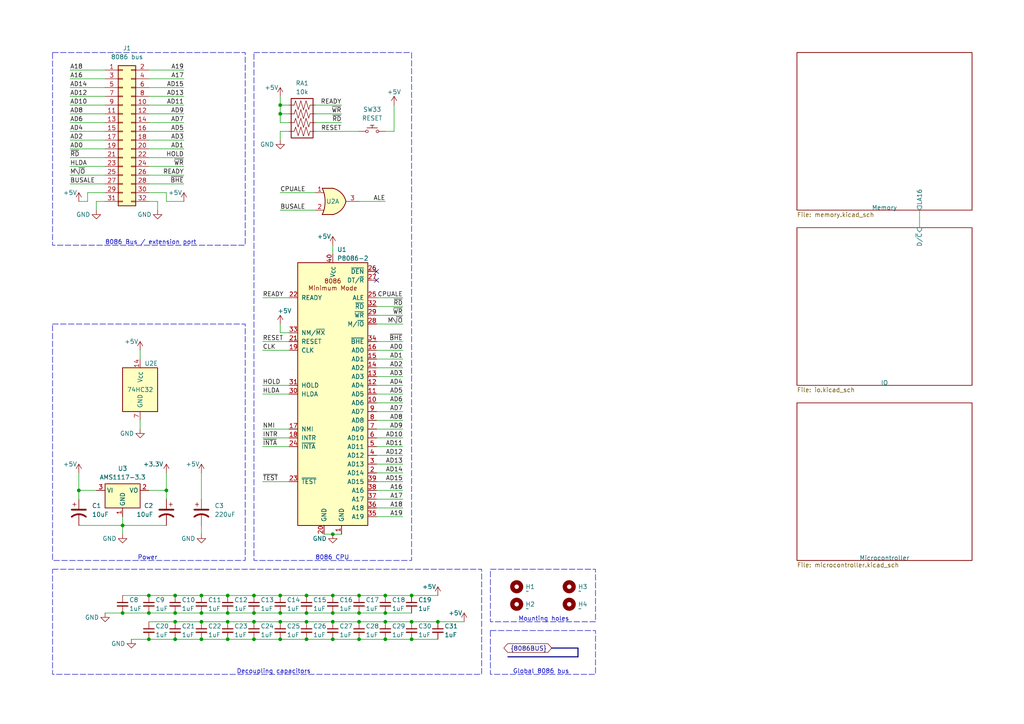
<source format=kicad_sch>
(kicad_sch (version 20230121) (generator eeschema)
  (paper "A4")
  (title_block (title "8086 computer") (date "2023.10.29") (rev "V1.1.0") (company "Eldad Hellerman") (comment 1 "Open Source: github.com/EldadHellerman/8086-computer"))
  (lib_symbols
    (symbol "8086PC:74HC32" (pin_names (offset 1.016)) (in_bom no) (on_board no)
      (property "Reference" "U" (at -2.54 3.81 0))
      (property "Value" "74HC32" (at 1.016 -8.382 0))
      (symbol "74HC32_1_0"
        (pin input line (at -5.08 2.54 0) (length 2.54) (name "") (number "1"))
        (pin input line (at -5.08 -2.54 0) (length 2.54) (name "") (number "2"))
        (pin output line (at 7.62 0 180) (length 3.81) (name "") (number "3"))
      )
      (symbol "74HC32_1_1"
        (arc (start -3.048 -3.81) (mid -2.2175 0) (end -3.048 3.81) (stroke (width 0.254)))
        (arc (start 0 -3.81) (mid 2.4563 -2.4563) (end 3.81 0) (stroke (width 0.254)) (fill (type background)))
        (polyline (pts (xy -3.048 3.81) (xy 0 3.81)) (stroke (width 0.254)) (fill (type background)))
        (polyline (pts (xy 0 -3.81) (xy -3.048 -3.81)) (stroke (width 0.254)) (fill (type background)))
        (polyline (pts (xy 0 -3.81) (xy -3.048 -3.81) (xy -2.54 -2.54) (xy -2.286 -1.27) (xy -2.286 0) (xy -2.286 1.27) (xy -2.54 2.54) (xy -3.048 3.81) (xy 0 3.81)) (stroke (width -0.0001)) (fill (type background)))
        (arc (start 3.81 0) (mid 2.4566 2.4566) (end 0 3.81) (stroke (width 0.254)) (fill (type background)))
      )
      (symbol "74HC32_2_0"
        (pin input line (at -5.08 2.54 0) (length 2.54) (name "") (number "4"))
        (pin input line (at -5.08 -2.54 0) (length 2.54) (name "") (number "5"))
        (pin output line (at 7.62 0 180) (length 3.81) (name "") (number "6"))
      )
      (symbol "74HC32_2_1"
        (arc (start -3.0551 -3.81) (mid -2.2246 0) (end -3.0551 3.81) (stroke (width 0.254)))
        (arc (start -0.0071 -3.81) (mid 2.4492 -2.4563) (end 3.8029 0) (stroke (width 0.254)) (fill (type background)))
        (polyline (pts (xy -3.0551 3.81) (xy -0.0071 3.81)) (stroke (width 0.254)) (fill (type background)))
        (polyline (pts (xy -0.0071 -3.81) (xy -3.0551 -3.81)) (stroke (width 0.254)) (fill (type background)))
        (polyline (pts (xy 0 -3.81) (xy -3.048 -3.81) (xy -2.54 -2.54) (xy -2.286 -1.27) (xy -2.286 0) (xy -2.286 1.27) (xy -2.54 2.54) (xy -3.048 3.81) (xy 0 3.81)) (stroke (width -0.0001)) (fill (type background)))
        (arc (start 3.8029 0) (mid 2.4495 2.4566) (end -0.0071 3.81) (stroke (width 0.254)) (fill (type background)))
      )
      (symbol "74HC32_3_0"
        (pin input line (at -5.08 -2.54 0) (length 2.54) (name "") (number "10"))
        (pin output line (at 7.62 0 180) (length 3.81) (name "") (number "8"))
        (pin input line (at -5.08 2.54 0) (length 2.54) (name "") (number "9"))
      )
      (symbol "74HC32_3_1"
        (arc (start -3.0551 -3.81) (mid -2.2246 0) (end -3.0551 3.81) (stroke (width 0.254)))
        (arc (start -0.0071 -3.81) (mid 2.4492 -2.4563) (end 3.8029 0) (stroke (width 0.254)) (fill (type background)))
        (polyline (pts (xy -3.0551 3.81) (xy -0.0071 3.81)) (stroke (width 0.254)) (fill (type background)))
        (polyline (pts (xy -0.0071 -3.81) (xy -3.0551 -3.81)) (stroke (width 0.254)) (fill (type background)))
        (polyline (pts (xy 0 -3.81) (xy -3.048 -3.81) (xy -2.54 -2.54) (xy -2.286 -1.27) (xy -2.286 0) (xy -2.286 1.27) (xy -2.54 2.54) (xy -3.048 3.81) (xy 0 3.81)) (stroke (width -0.0001)) (fill (type background)))
        (arc (start 3.8029 0) (mid 2.4495 2.4566) (end -0.0071 3.81) (stroke (width 0.254)) (fill (type background)))
      )
      (symbol "74HC32_4_0"
        (pin output line (at 7.62 0 180) (length 3.81) (name "") (number "11"))
        (pin input line (at -5.08 2.54 0) (length 2.54) (name "") (number "12"))
        (pin input line (at -5.08 -2.54 0) (length 2.54) (name "") (number "13"))
      )
      (symbol "74HC32_4_1"
        (arc (start -3.0551 -3.81) (mid -2.2246 0) (end -3.0551 3.81) (stroke (width 0.254)))
        (arc (start -0.0071 -3.81) (mid 2.4492 -2.4563) (end 3.8029 0) (stroke (width 0.254)) (fill (type background)))
        (polyline (pts (xy -3.0551 3.81) (xy -0.0071 3.81)) (stroke (width 0.254)) (fill (type background)))
        (polyline (pts (xy -0.0071 -3.81) (xy -3.0551 -3.81)) (stroke (width 0.254)) (fill (type background)))
        (polyline (pts (xy 0 -3.81) (xy -3.048 -3.81) (xy -2.54 -2.54) (xy -2.286 -1.27) (xy -2.286 0) (xy -2.286 1.27) (xy -2.54 2.54) (xy -3.048 3.81) (xy 0 3.81)) (stroke (width -0.0001)) (fill (type background)))
        (arc (start 3.8029 0) (mid 2.4495 2.4566) (end -0.0071 3.81) (stroke (width 0.254)) (fill (type background)))
      )
      (symbol "74HC32_5_0"
        (pin power_in line (at 0 7.62 270) (length 2.54) (name "V_{CC}") (number "14"))
        (pin power_in line (at 0 -10.16 90) (length 2.54) (name "GND") (number "7"))
      )
      (symbol "74HC32_5_1"
        (rectangle (start -5.08 5.08) (end 5.08 -7.62) (stroke (width 0.254)) (fill (type background)))
      )
    )
    (symbol "8086PC:8086" (pin_names (offset 1.016))
      (property "Reference" "U" (at 0 0 0))
      (property "Value" "P8086-2" (at 0 5.08 0))
      (symbol "8086_1_1"
        (rectangle (start -10.16 38.1) (end 10.16 -38.1) (stroke (width 0.254)) (fill (type background)))
        (text "8086\nMinimum Mode" (at 0 31.75 0) (effects (font (size 1.27 1.27))))
        (pin power_in line (at 2.54 -40.64 90) (length 2.54) (name "GND") (number "1"))
        (pin tri_state line (at 12.7 -2.54 180) (length 2.54) (name "AD6") (number "10"))
        (pin tri_state line (at 12.7 0 180) (length 2.54) (name "AD5") (number "11"))
        (pin tri_state line (at 12.7 2.54 180) (length 2.54) (name "AD4") (number "12"))
        (pin tri_state line (at 12.7 5.08 180) (length 2.54) (name "AD3") (number "13"))
        (pin tri_state line (at 12.7 7.62 180) (length 2.54) (name "AD2") (number "14"))
        (pin tri_state line (at 12.7 10.16 180) (length 2.54) (name "AD1") (number "15"))
        (pin tri_state line (at 12.7 12.7 180) (length 2.54) (name "AD0") (number "16"))
        (pin input line (at -12.7 -10.16 0) (length 2.54) (name "NMI") (number "17"))
        (pin input line (at -12.7 -12.7 0) (length 2.54) (name "INTR") (number "18"))
        (pin input line (at -12.7 12.7 0) (length 2.54) (name "CLK") (number "19"))
        (pin tri_state line (at 12.7 -22.86 180) (length 2.54) (name "AD14") (number "2"))
        (pin power_in line (at -2.54 -40.64 90) (length 2.54) (name "GND") (number "20"))
        (pin input line (at -12.7 15.24 0) (length 2.54) (name "RESET") (number "21"))
        (pin input line (at -12.7 27.94 0) (length 2.54) (name "READY") (number "22"))
        (pin input line (at -12.7 -25.4 0) (length 2.54) (name "~{TEST}") (number "23"))
        (pin output line (at -12.7 -15.24 0) (length 2.54) (name "~{INTA}") (number "24"))
        (pin output line (at 12.7 27.94 180) (length 2.54) (name "ALE") (number "25"))
        (pin tri_state line (at 12.7 35.56 180) (length 2.54) (name "~{DEN}") (number "26"))
        (pin tri_state line (at 12.7 33.02 180) (length 2.54) (name "DT/~{R}") (number "27"))
        (pin tri_state line (at 12.7 20.32 180) (length 2.54) (name "M/~{IO}") (number "28"))
        (pin tri_state line (at 12.7 22.86 180) (length 2.54) (name "~{WR}") (number "29"))
        (pin tri_state line (at 12.7 -20.32 180) (length 2.54) (name "AD13") (number "3"))
        (pin output line (at -12.7 0 0) (length 2.54) (name "HLDA") (number "30"))
        (pin input line (at -12.7 2.54 0) (length 2.54) (name "HOLD") (number "31"))
        (pin tri_state line (at 12.7 25.4 180) (length 2.54) (name "~{RD}") (number "32"))
        (pin input line (at -12.7 17.78 0) (length 2.54) (name "NM/~{MX}") (number "33"))
        (pin tri_state line (at 12.7 15.24 180) (length 2.54) (name "~{BHE}") (number "34"))
        (pin tri_state line (at 12.7 -35.56 180) (length 2.54) (name "A19") (number "35"))
        (pin tri_state line (at 12.7 -33.02 180) (length 2.54) (name "A18") (number "36"))
        (pin tri_state line (at 12.7 -30.48 180) (length 2.54) (name "A17") (number "37"))
        (pin tri_state line (at 12.7 -27.94 180) (length 2.54) (name "A16") (number "38"))
        (pin tri_state line (at 12.7 -25.4 180) (length 2.54) (name "AD15") (number "39"))
        (pin tri_state line (at 12.7 -17.78 180) (length 2.54) (name "AD12") (number "4"))
        (pin power_in line (at 0 40.64 270) (length 2.54) (name "V_{CC}") (number "40"))
        (pin tri_state line (at 12.7 -15.24 180) (length 2.54) (name "AD11") (number "5"))
        (pin tri_state line (at 12.7 -12.7 180) (length 2.54) (name "AD10") (number "6"))
        (pin tri_state line (at 12.7 -10.16 180) (length 2.54) (name "AD9") (number "7"))
        (pin tri_state line (at 12.7 -7.62 180) (length 2.54) (name "AD8") (number "8"))
        (pin tri_state line (at 12.7 -5.08 180) (length 2.54) (name "AD7") (number "9"))
      )
    )
    (symbol "8086PC:R_Array_4" (pin_numbers hide) (pin_names hide)
      (property "Reference" "RA" (at 1.27 5.715 0))
      (property "Value" "R_VAL" (at 1.27 -8.89 0))
      (symbol "R_Array_4_0_1"
        (polyline (pts (xy -1.016 -5.08) (xy -1.27 -5.08)))
        (polyline (pts (xy -1.016 -2.54) (xy -1.27 -2.54)))
        (polyline (pts (xy -1.016 0) (xy -1.27 0)))
        (polyline (pts (xy -1.016 2.54) (xy -1.27 2.54)))
        (polyline (pts (xy -1.016 -5.08) (xy -0.635 -3.81) (xy 0.127 -6.35) (xy 0.889 -3.81) (xy 1.651 -6.477) (xy 2.413 -3.81) (xy 3.175 -6.35) (xy 3.556 -5.08) (xy 3.81 -5.08)))
        (polyline (pts (xy -1.016 -2.54) (xy -0.635 -1.27) (xy 0.127 -3.81) (xy 0.889 -1.27) (xy 1.651 -3.937) (xy 2.413 -1.27) (xy 3.175 -3.81) (xy 3.556 -2.54) (xy 3.81 -2.54)))
        (polyline (pts (xy -1.016 0) (xy -0.635 1.27) (xy 0.127 -1.27) (xy 0.889 1.27) (xy 1.651 -1.397) (xy 2.413 1.27) (xy 3.175 -1.27) (xy 3.556 0) (xy 3.81 0)))
        (polyline (pts (xy -1.016 2.54) (xy -0.635 3.81) (xy 0.127 1.27) (xy 0.889 3.81) (xy 1.651 1.143) (xy 2.413 3.81) (xy 3.175 1.27) (xy 3.556 2.54) (xy 3.81 2.54)))
      )
      (symbol "R_Array_4_1_1"
        (rectangle (start -1.905 4.445) (end 4.445 -6.985) (stroke (width 0.254)))
        (pin passive line (at -2.54 2.54 0) (length 1.27) (name "") (number "1"))
        (pin passive line (at -2.54 0 0) (length 1.27) (name "") (number "2"))
        (pin passive line (at -2.54 -2.54 0) (length 1.27) (name "") (number "3"))
        (pin passive line (at -2.54 -5.08 0) (length 1.27) (name "") (number "4"))
        (pin passive line (at 5.08 -5.08 180) (length 1.27) (name "") (number "5"))
        (pin passive line (at 5.08 -2.54 180) (length 1.27) (name "") (number "6"))
        (pin passive line (at 5.08 0 180) (length 1.27) (name "") (number "7"))
        (pin passive line (at 5.08 2.54 180) (length 1.27) (name "") (number "8"))
      )
    )
    (symbol "8086PC:SW_Push" (pin_numbers hide) (pin_names hide)
      (property "Reference" "SW" (at 1.27 -1.905 0))
      (symbol "SW_Push_1_1"
        (circle (center -0.254 0) (radius 0.381))
        (polyline (pts (xy -0.254 1.016) (xy 2.794 1.016)) (stroke (width 0.1778)))
        (polyline (pts (xy 0.762 1.778) (xy 1.778 1.778)) (stroke (width 0.1778)))
        (polyline (pts (xy 1.27 1.016) (xy 1.27 1.778)) (stroke (width 0.1778)))
        (circle (center 2.794 0) (radius 0.381))
        (pin passive line (at -2.54 0 0) (length 1.905) (name "") (number "1"))
        (pin passive line (at 5.08 0 180) (length 1.905) (name "") (number "2"))
      )
    )
    (symbol "Connector_Generic:Conn_02x16_Odd_Even" (pin_names (offset 1.016) hide)
      (property "Reference" "J" (at 1.27 20.32 0))
      (property "Value" "Conn_02x16_Odd_Even" (at 1.27 -22.86 0))
      (symbol "Conn_02x16_Odd_Even_1_1"
        (rectangle (start -1.27 -20.193) (end 0 -20.447) (stroke (width 0.1524)))
        (rectangle (start -1.27 -17.653) (end 0 -17.907) (stroke (width 0.1524)))
        (rectangle (start -1.27 -15.113) (end 0 -15.367) (stroke (width 0.1524)))
        (rectangle (start -1.27 -12.573) (end 0 -12.827) (stroke (width 0.1524)))
        (rectangle (start -1.27 -10.033) (end 0 -10.287) (stroke (width 0.1524)))
        (rectangle (start -1.27 -7.493) (end 0 -7.747) (stroke (width 0.1524)))
        (rectangle (start -1.27 -4.953) (end 0 -5.207) (stroke (width 0.1524)))
        (rectangle (start -1.27 -2.413) (end 0 -2.667) (stroke (width 0.1524)))
        (rectangle (start -1.27 0.127) (end 0 -0.127) (stroke (width 0.1524)))
        (rectangle (start -1.27 2.667) (end 0 2.413) (stroke (width 0.1524)))
        (rectangle (start -1.27 5.207) (end 0 4.953) (stroke (width 0.1524)))
        (rectangle (start -1.27 7.747) (end 0 7.493) (stroke (width 0.1524)))
        (rectangle (start -1.27 10.287) (end 0 10.033) (stroke (width 0.1524)))
        (rectangle (start -1.27 12.827) (end 0 12.573) (stroke (width 0.1524)))
        (rectangle (start -1.27 15.367) (end 0 15.113) (stroke (width 0.1524)))
        (rectangle (start -1.27 17.907) (end 0 17.653) (stroke (width 0.1524)))
        (rectangle (start -1.27 19.05) (end 3.81 -21.59) (stroke (width 0.254)) (fill (type background)))
        (rectangle (start 3.81 -20.193) (end 2.54 -20.447) (stroke (width 0.1524)))
        (rectangle (start 3.81 -17.653) (end 2.54 -17.907) (stroke (width 0.1524)))
        (rectangle (start 3.81 -15.113) (end 2.54 -15.367) (stroke (width 0.1524)))
        (rectangle (start 3.81 -12.573) (end 2.54 -12.827) (stroke (width 0.1524)))
        (rectangle (start 3.81 -10.033) (end 2.54 -10.287) (stroke (width 0.1524)))
        (rectangle (start 3.81 -7.493) (end 2.54 -7.747) (stroke (width 0.1524)))
        (rectangle (start 3.81 -4.953) (end 2.54 -5.207) (stroke (width 0.1524)))
        (rectangle (start 3.81 -2.413) (end 2.54 -2.667) (stroke (width 0.1524)))
        (rectangle (start 3.81 0.127) (end 2.54 -0.127) (stroke (width 0.1524)))
        (rectangle (start 3.81 2.667) (end 2.54 2.413) (stroke (width 0.1524)))
        (rectangle (start 3.81 5.207) (end 2.54 4.953) (stroke (width 0.1524)))
        (rectangle (start 3.81 7.747) (end 2.54 7.493) (stroke (width 0.1524)))
        (rectangle (start 3.81 10.287) (end 2.54 10.033) (stroke (width 0.1524)))
        (rectangle (start 3.81 12.827) (end 2.54 12.573) (stroke (width 0.1524)))
        (rectangle (start 3.81 15.367) (end 2.54 15.113) (stroke (width 0.1524)))
        (rectangle (start 3.81 17.907) (end 2.54 17.653) (stroke (width 0.1524)))
        (pin passive line (at -5.08 17.78 0) (length 3.81) (name "Pin_1") (number "1"))
        (pin passive line (at 7.62 7.62 180) (length 3.81) (name "Pin_10") (number "10"))
        (pin passive line (at -5.08 5.08 0) (length 3.81) (name "Pin_11") (number "11"))
        (pin passive line (at 7.62 5.08 180) (length 3.81) (name "Pin_12") (number "12"))
        (pin passive line (at -5.08 2.54 0) (length 3.81) (name "Pin_13") (number "13"))
        (pin passive line (at 7.62 2.54 180) (length 3.81) (name "Pin_14") (number "14"))
        (pin passive line (at -5.08 0 0) (length 3.81) (name "Pin_15") (number "15"))
        (pin passive line (at 7.62 0 180) (length 3.81) (name "Pin_16") (number "16"))
        (pin passive line (at -5.08 -2.54 0) (length 3.81) (name "Pin_17") (number "17"))
        (pin passive line (at 7.62 -2.54 180) (length 3.81) (name "Pin_18") (number "18"))
        (pin passive line (at -5.08 -5.08 0) (length 3.81) (name "Pin_19") (number "19"))
        (pin passive line (at 7.62 17.78 180) (length 3.81) (name "Pin_2") (number "2"))
        (pin passive line (at 7.62 -5.08 180) (length 3.81) (name "Pin_20") (number "20"))
        (pin passive line (at -5.08 -7.62 0) (length 3.81) (name "Pin_21") (number "21"))
        (pin passive line (at 7.62 -7.62 180) (length 3.81) (name "Pin_22") (number "22"))
        (pin passive line (at -5.08 -10.16 0) (length 3.81) (name "Pin_23") (number "23"))
        (pin passive line (at 7.62 -10.16 180) (length 3.81) (name "Pin_24") (number "24"))
        (pin passive line (at -5.08 -12.7 0) (length 3.81) (name "Pin_25") (number "25"))
        (pin passive line (at 7.62 -12.7 180) (length 3.81) (name "Pin_26") (number "26"))
        (pin passive line (at -5.08 -15.24 0) (length 3.81) (name "Pin_27") (number "27"))
        (pin passive line (at 7.62 -15.24 180) (length 3.81) (name "Pin_28") (number "28"))
        (pin passive line (at -5.08 -17.78 0) (length 3.81) (name "Pin_29") (number "29"))
        (pin passive line (at -5.08 15.24 0) (length 3.81) (name "Pin_3") (number "3"))
        (pin passive line (at 7.62 -17.78 180) (length 3.81) (name "Pin_30") (number "30"))
        (pin passive line (at -5.08 -20.32 0) (length 3.81) (name "Pin_31") (number "31"))
        (pin passive line (at 7.62 -20.32 180) (length 3.81) (name "Pin_32") (number "32"))
        (pin passive line (at 7.62 15.24 180) (length 3.81) (name "Pin_4") (number "4"))
        (pin passive line (at -5.08 12.7 0) (length 3.81) (name "Pin_5") (number "5"))
        (pin passive line (at 7.62 12.7 180) (length 3.81) (name "Pin_6") (number "6"))
        (pin passive line (at -5.08 10.16 0) (length 3.81) (name "Pin_7") (number "7"))
        (pin passive line (at 7.62 10.16 180) (length 3.81) (name "Pin_8") (number "8"))
        (pin passive line (at -5.08 7.62 0) (length 3.81) (name "Pin_9") (number "9"))
      )
    )
    (symbol "Device:C_Polarized_US" (pin_numbers hide) (pin_names (offset 0.254) hide)
      (property "Reference" "C" (at 0.635 2.54 0))
      (property "Value" "C_Polarized_US" (at 0.635 -2.54 0))
      (symbol "C_Polarized_US_0_1"
        (polyline (pts (xy -2.032 0.762) (xy 2.032 0.762)) (stroke (width 0.508)))
        (polyline (pts (xy -1.778 2.286) (xy -0.762 2.286)))
        (polyline (pts (xy -1.27 1.778) (xy -1.27 2.794)))
        (arc (start 2.032 -1.27) (mid 0 -0.5572) (end -2.032 -1.27) (stroke (width 0.508)))
      )
      (symbol "C_Polarized_US_1_1"
        (pin passive line (at 0 3.81 270) (length 2.794) (name "~") (number "1"))
        (pin passive line (at 0 -3.81 90) (length 3.302) (name "~") (number "2"))
      )
    )
    (symbol "Device:C_Small" (pin_numbers hide) (pin_names (offset 0.254) hide)
      (property "Reference" "C" (at 0.254 1.778 0))
      (property "Value" "C_Small" (at 0.254 -2.032 0))
      (symbol "C_Small_0_1"
        (polyline (pts (xy -1.524 -0.508) (xy 1.524 -0.508)) (stroke (width 0.3302)))
        (polyline (pts (xy -1.524 0.508) (xy 1.524 0.508)) (stroke (width 0.3048)))
      )
      (symbol "C_Small_1_1"
        (pin passive line (at 0 2.54 270) (length 2.032) (name "~") (number "1"))
        (pin passive line (at 0 -2.54 90) (length 2.032) (name "~") (number "2"))
      )
    )
    (symbol "Mechanical:MountingHole" (pin_names (offset 1.016))
      (property "Reference" "H" (at 0 5.08 0))
      (property "Value" "MountingHole" (at 0 3.175 0))
      (symbol "MountingHole_0_1"
        (circle (center 0 0) (radius 1.27) (stroke (width 1.27)))
      )
    )
    (symbol "Regulator_Linear:AMS1117-3.3"
      (property "Reference" "U" (at -3.81 3.175 0))
      (property "Value" "AMS1117-3.3" (at 0 3.175 0))
      (symbol "AMS1117-3.3_0_1"
        (rectangle (start -5.08 -5.08) (end 5.08 1.905) (stroke (width 0.254)) (fill (type background)))
      )
      (symbol "AMS1117-3.3_1_1"
        (pin power_in line (at 0 -7.62 90) (length 2.54) (name "GND") (number "1"))
        (pin power_out line (at 7.62 0 180) (length 2.54) (name "VO") (number "2"))
        (pin power_in line (at -7.62 0 0) (length 2.54) (name "VI") (number "3"))
      )
    )
    (symbol "power:+3.3V" (power) (pin_names (offset 0))
      (property "Value" "+3.3V" (at 0 3.556 0))
      (symbol "+3.3V_0_1"
        (polyline (pts (xy -0.762 1.27) (xy 0 2.54)))
        (polyline (pts (xy 0 0) (xy 0 2.54)))
        (polyline (pts (xy 0 2.54) (xy 0.762 1.27)))
      )
      (symbol "+3.3V_1_1"
        (pin power_in line (at 0 0 90) (length 0) hide (name "+3.3V") (number "1"))
      )
    )
    (symbol "power:+5V" (power) (pin_names (offset 0))
      (property "Value" "+5V" (at 0 3.556 0))
      (symbol "+5V_0_1"
        (polyline (pts (xy -0.762 1.27) (xy 0 2.54)))
        (polyline (pts (xy 0 0) (xy 0 2.54)))
        (polyline (pts (xy 0 2.54) (xy 0.762 1.27)))
      )
      (symbol "+5V_1_1"
        (pin power_in line (at 0 0 90) (length 0) hide (name "+5V") (number "1"))
      )
    )
    (symbol "power:GND" (power) (pin_names (offset 0))
      (property "Value" "GND" (at 0 -3.81 0))
      (symbol "GND_0_1"
        (polyline (pts (xy 0 0) (xy 0 -1.27) (xy 1.27 -1.27) (xy 0 -2.54) (xy -1.27 -1.27) (xy 0 -1.27)))
      )
      (symbol "GND_1_1"
        (pin power_in line (at 0 0 270) (length 0) hide (name "GND") (number "1"))
      )
    )
  )
  (bus_alias "8086BUS" (members "AD[0..15]" "A[16..19]" "~{BHE}" "BUSALE" "~{RD}" "~{WR}" "~{IO[0..7]}" "READY" "RESET" "CLK" "HOLD" "HLDA" "NMI" "INTR" "~{INTA}" "~{TEST}" "ALE" "M\\~{IO}" "~{MCU}" "~{LCD}"))
  (junction (at 58.42 180.34))
  (junction (at 81.28 180.34))
  (junction (at 66.04 180.34))
  (junction (at 111.76 172.72))
  (junction (at 88.9 172.72))
  (junction (at 66.04 177.8))
  (junction (at 50.8 172.72))
  (junction (at 58.42 172.72))
  (junction (at 43.18 185.42))
  (junction (at 35.56 152.4))
  (junction (at 48.26 142.24))
  (junction (at 35.56 177.8))
  (junction (at 81.28 33.02))
  (junction (at 58.42 185.42))
  (junction (at 50.8 180.34))
  (junction (at 50.8 177.8))
  (junction (at 104.14 172.72))
  (junction (at 96.52 177.8))
  (junction (at 50.8 185.42))
  (junction (at 73.66 185.42))
  (junction (at 81.28 177.8))
  (junction (at 96.52 154.94))
  (junction (at 88.9 177.8))
  (junction (at 43.18 177.8))
  (junction (at 66.04 185.42))
  (junction (at 119.38 185.42))
  (junction (at 81.28 185.42))
  (junction (at 73.66 180.34))
  (junction (at 104.14 185.42))
  (junction (at 73.66 172.72))
  (junction (at 81.28 172.72))
  (junction (at 111.76 185.42))
  (junction (at 22.86 142.24))
  (junction (at 111.76 180.34))
  (junction (at 111.76 177.8))
  (junction (at 88.9 185.42))
  (junction (at 104.14 180.34))
  (junction (at 96.52 180.34))
  (junction (at 58.42 177.8))
  (junction (at 81.28 30.48))
  (junction (at 119.38 180.34))
  (junction (at 96.52 172.72))
  (junction (at 66.04 172.72))
  (junction (at 43.18 172.72))
  (junction (at 127 180.34))
  (junction (at 96.52 185.42))
  (junction (at 73.66 177.8))
  (junction (at 88.9 180.34))
  (junction (at 119.38 172.72))
  (junction (at 104.14 177.8))
  (no_connect (at 109.22 81.28))
  (no_connect (at 109.22 78.74))
  (wire (pts (xy 76.2 129.54) (xy 83.82 129.54)))
  (wire (pts (xy 30.48 22.86) (xy 20.32 22.86)))
  (wire (pts (xy 53.34 58.42) (xy 48.26 58.42)))
  (wire (pts (xy 22.86 142.24) (xy 22.86 144.78)))
  (wire (pts (xy 81.28 33.02) (xy 81.28 35.56)))
  (wire (pts (xy 76.2 101.6) (xy 83.82 101.6)))
  (wire (pts (xy 81.28 55.88) (xy 91.44 55.88)))
  (wire (pts (xy 116.84 137.16) (xy 109.22 137.16)))
  (wire (pts (xy 43.18 180.34) (xy 50.8 180.34)))
  (wire (pts (xy 93.98 154.94) (xy 96.52 154.94)))
  (wire (pts (xy 116.84 134.62) (xy 109.22 134.62)))
  (bus (pts (xy 167.64 187.96) (xy 167.64 190.5)))
  (wire (pts (xy 96.52 71.12) (xy 96.52 73.66)))
  (wire (pts (xy 22.86 152.4) (xy 35.56 152.4)))
  (wire (pts (xy 25.4 55.88) (xy 30.48 55.88)))
  (wire (pts (xy 40.64 101.6) (xy 40.64 104.14)))
  (wire (pts (xy 27.94 60.96) (xy 27.94 58.42)))
  (wire (pts (xy 96.52 172.72) (xy 104.14 172.72)))
  (wire (pts (xy 43.18 172.72) (xy 50.8 172.72)))
  (wire (pts (xy 88.9 180.34) (xy 96.52 180.34)))
  (wire (pts (xy 119.38 185.42) (xy 127 185.42)))
  (wire (pts (xy 76.2 124.46) (xy 83.82 124.46)))
  (wire (pts (xy 88.9 185.42) (xy 96.52 185.42)))
  (wire (pts (xy 116.84 144.78) (xy 109.22 144.78)))
  (wire (pts (xy 66.04 180.34) (xy 73.66 180.34)))
  (wire (pts (xy 116.84 127) (xy 109.22 127)))
  (bus (pts (xy 147.32 190.5) (xy 167.64 190.5)))
  (wire (pts (xy 43.18 33.02) (xy 53.34 33.02)))
  (wire (pts (xy 111.76 38.1) (xy 114.3 38.1)))
  (wire (pts (xy 81.28 33.02) (xy 83.82 33.02)))
  (wire (pts (xy 104.14 58.42) (xy 111.76 58.42)))
  (wire (pts (xy 96.52 177.8) (xy 88.9 177.8)))
  (wire (pts (xy 50.8 177.8) (xy 43.18 177.8)))
  (wire (pts (xy 30.48 20.32) (xy 20.32 20.32)))
  (wire (pts (xy 43.18 35.56) (xy 53.34 35.56)))
  (wire (pts (xy 116.84 124.46) (xy 109.22 124.46)))
  (wire (pts (xy 111.76 177.8) (xy 104.14 177.8)))
  (wire (pts (xy 109.22 109.22) (xy 116.84 109.22)))
  (wire (pts (xy 43.18 45.72) (xy 53.34 45.72)))
  (wire (pts (xy 27.94 58.42) (xy 30.48 58.42)))
  (wire (pts (xy 119.38 172.72) (xy 127 172.72)))
  (wire (pts (xy 81.28 38.1) (xy 81.28 40.64)))
  (wire (pts (xy 20.32 50.8) (xy 30.48 50.8)))
  (wire (pts (xy 116.84 111.76) (xy 109.22 111.76)))
  (wire (pts (xy 73.66 185.42) (xy 81.28 185.42)))
  (wire (pts (xy 109.22 101.6) (xy 116.84 101.6)))
  (wire (pts (xy 43.18 43.18) (xy 53.34 43.18)))
  (wire (pts (xy 20.32 35.56) (xy 30.48 35.56)))
  (wire (pts (xy 22.86 137.16) (xy 22.86 142.24)))
  (wire (pts (xy 25.4 58.42) (xy 25.4 55.88)))
  (wire (pts (xy 35.56 152.4) (xy 48.26 152.4)))
  (wire (pts (xy 116.84 116.84) (xy 109.22 116.84)))
  (wire (pts (xy 76.2 139.7) (xy 83.82 139.7)))
  (wire (pts (xy 116.84 119.38) (xy 109.22 119.38)))
  (wire (pts (xy 43.18 40.64) (xy 53.34 40.64)))
  (wire (pts (xy 99.06 33.02) (xy 91.44 33.02)))
  (wire (pts (xy 81.28 93.98) (xy 81.28 96.52)))
  (wire (pts (xy 116.84 106.68) (xy 109.22 106.68)))
  (wire (pts (xy 96.52 180.34) (xy 104.14 180.34)))
  (wire (pts (xy 30.48 53.34) (xy 20.32 53.34)))
  (wire (pts (xy 43.18 38.1) (xy 53.34 38.1)))
  (wire (pts (xy 20.32 33.02) (xy 30.48 33.02)))
  (wire (pts (xy 43.18 20.32) (xy 53.34 20.32)))
  (wire (pts (xy 43.18 185.42) (xy 50.8 185.42)))
  (wire (pts (xy 81.28 60.96) (xy 91.44 60.96)))
  (wire (pts (xy 20.32 45.72) (xy 30.48 45.72)))
  (wire (pts (xy 81.28 30.48) (xy 83.82 30.48)))
  (wire (pts (xy 88.9 177.8) (xy 81.28 177.8)))
  (wire (pts (xy 73.66 180.34) (xy 81.28 180.34)))
  (wire (pts (xy 111.76 185.42) (xy 119.38 185.42)))
  (wire (pts (xy 43.18 30.48) (xy 53.34 30.48)))
  (wire (pts (xy 20.32 25.4) (xy 30.48 25.4)))
  (wire (pts (xy 81.28 38.1) (xy 83.82 38.1)))
  (wire (pts (xy 50.8 185.42) (xy 58.42 185.42)))
  (wire (pts (xy 50.8 172.72) (xy 58.42 172.72)))
  (wire (pts (xy 48.26 142.24) (xy 43.18 142.24)))
  (wire (pts (xy 53.34 22.86) (xy 43.18 22.86)))
  (wire (pts (xy 20.32 30.48) (xy 30.48 30.48)))
  (wire (pts (xy 76.2 99.06) (xy 83.82 99.06)))
  (wire (pts (xy 20.32 27.94) (xy 30.48 27.94)))
  (wire (pts (xy 43.18 48.26) (xy 53.34 48.26)))
  (wire (pts (xy 88.9 172.72) (xy 96.52 172.72)))
  (wire (pts (xy 109.22 91.44) (xy 116.84 91.44)))
  (wire (pts (xy 58.42 152.4) (xy 58.42 154.94)))
  (wire (pts (xy 99.06 35.56) (xy 91.44 35.56)))
  (wire (pts (xy 48.26 144.78) (xy 48.26 142.24)))
  (wire (pts (xy 81.28 185.42) (xy 88.9 185.42)))
  (wire (pts (xy 116.84 147.32) (xy 109.22 147.32)))
  (wire (pts (xy 116.84 139.7) (xy 109.22 139.7)))
  (wire (pts (xy 58.42 185.42) (xy 66.04 185.42)))
  (wire (pts (xy 81.28 30.48) (xy 81.28 33.02)))
  (wire (pts (xy 45.72 58.42) (xy 43.18 58.42)))
  (wire (pts (xy 76.2 86.36) (xy 83.82 86.36)))
  (wire (pts (xy 116.84 129.54) (xy 109.22 129.54)))
  (wire (pts (xy 104.14 172.72) (xy 111.76 172.72)))
  (wire (pts (xy 119.38 177.8) (xy 111.76 177.8)))
  (wire (pts (xy 76.2 127) (xy 83.82 127)))
  (wire (pts (xy 104.14 180.34) (xy 111.76 180.34)))
  (wire (pts (xy 76.2 111.76) (xy 83.82 111.76)))
  (wire (pts (xy 66.04 185.42) (xy 73.66 185.42)))
  (wire (pts (xy 109.22 99.06) (xy 116.84 99.06)))
  (wire (pts (xy 66.04 172.72) (xy 73.66 172.72)))
  (wire (pts (xy 20.32 48.26) (xy 30.48 48.26)))
  (wire (pts (xy 58.42 180.34) (xy 66.04 180.34)))
  (wire (pts (xy 38.1 185.42) (xy 43.18 185.42)))
  (wire (pts (xy 20.32 40.64) (xy 30.48 40.64)))
  (wire (pts (xy 81.28 27.94) (xy 81.28 30.48)))
  (wire (pts (xy 76.2 114.3) (xy 83.82 114.3)))
  (wire (pts (xy 109.22 86.36) (xy 116.84 86.36)))
  (wire (pts (xy 109.22 93.98) (xy 116.84 93.98)))
  (wire (pts (xy 96.52 185.42) (xy 104.14 185.42)))
  (wire (pts (xy 58.42 172.72) (xy 66.04 172.72)))
  (wire (pts (xy 20.32 43.18) (xy 30.48 43.18)))
  (wire (pts (xy 81.28 177.8) (xy 73.66 177.8)))
  (wire (pts (xy 35.56 172.72) (xy 43.18 172.72)))
  (wire (pts (xy 40.64 121.92) (xy 40.64 124.46)))
  (wire (pts (xy 48.26 58.42) (xy 48.26 55.88)))
  (wire (pts (xy 22.86 58.42) (xy 25.4 58.42)))
  (wire (pts (xy 116.84 121.92) (xy 109.22 121.92)))
  (wire (pts (xy 48.26 137.16) (xy 48.26 142.24)))
  (wire (pts (xy 99.06 30.48) (xy 91.44 30.48)))
  (wire (pts (xy 111.76 172.72) (xy 119.38 172.72)))
  (wire (pts (xy 20.32 38.1) (xy 30.48 38.1)))
  (wire (pts (xy 35.56 152.4) (xy 35.56 154.94)))
  (wire (pts (xy 73.66 177.8) (xy 66.04 177.8)))
  (wire (pts (xy 43.18 50.8) (xy 53.34 50.8)))
  (wire (pts (xy 43.18 177.8) (xy 35.56 177.8)))
  (wire (pts (xy 111.76 180.34) (xy 119.38 180.34)))
  (wire (pts (xy 30.48 177.8) (xy 35.56 177.8)))
  (wire (pts (xy 73.66 172.72) (xy 81.28 172.72)))
  (wire (pts (xy 114.3 38.1) (xy 114.3 30.48)))
  (wire (pts (xy 266.7 60.96) (xy 266.7 66.04)))
  (wire (pts (xy 43.18 27.94) (xy 53.34 27.94)))
  (wire (pts (xy 53.34 53.34) (xy 43.18 53.34)))
  (wire (pts (xy 58.42 177.8) (xy 50.8 177.8)))
  (wire (pts (xy 83.82 96.52) (xy 81.28 96.52)))
  (wire (pts (xy 116.84 142.24) (xy 109.22 142.24)))
  (wire (pts (xy 91.44 38.1) (xy 104.14 38.1)))
  (wire (pts (xy 22.86 142.24) (xy 27.94 142.24)))
  (wire (pts (xy 45.72 58.42) (xy 45.72 60.96)))
  (bus (pts (xy 160.02 187.96) (xy 167.64 187.96)))
  (wire (pts (xy 58.42 137.16) (xy 58.42 144.78)))
  (wire (pts (xy 127 180.34) (xy 134.62 180.34)))
  (wire (pts (xy 81.28 35.56) (xy 83.82 35.56)))
  (wire (pts (xy 48.26 55.88) (xy 43.18 55.88)))
  (wire (pts (xy 66.04 177.8) (xy 58.42 177.8)))
  (wire (pts (xy 116.84 114.3) (xy 109.22 114.3)))
  (wire (pts (xy 53.34 25.4) (xy 43.18 25.4)))
  (wire (pts (xy 50.8 180.34) (xy 58.42 180.34)))
  (wire (pts (xy 81.28 172.72) (xy 88.9 172.72)))
  (wire (pts (xy 81.28 180.34) (xy 88.9 180.34)))
  (wire (pts (xy 116.84 132.08) (xy 109.22 132.08)))
  (wire (pts (xy 35.56 149.86) (xy 35.56 152.4)))
  (wire (pts (xy 116.84 104.14) (xy 109.22 104.14)))
  (wire (pts (xy 116.84 149.86) (xy 109.22 149.86)))
  (wire (pts (xy 104.14 177.8) (xy 96.52 177.8)))
  (wire (pts (xy 119.38 180.34) (xy 127 180.34)))
  (wire (pts (xy 109.22 88.9) (xy 116.84 88.9)))
  (wire (pts (xy 96.52 154.94) (xy 99.06 154.94)))
  (wire (pts (xy 104.14 185.42) (xy 111.76 185.42)))
  (rectangle (start 142.24 165.1) (end 172.72 180.34) (stroke (width 0) (type dash)))
  (rectangle (start 142.24 182.88) (end 172.72 195.58) (stroke (width 0) (type dash)))
  (rectangle (start 15.24 93.98) (end 71.12 162.56) (stroke (width 0) (type dash)))
  (rectangle (start 15.24 15.24) (end 71.12 71.12) (stroke (width 0) (type dash)))
  (rectangle (start 15.24 165.1) (end 139.7 195.58) (stroke (width 0) (type dash)))
  (rectangle (start 73.66 15.24) (end 119.38 162.56) (stroke (width 0) (type dash)))
  (text "Power" (at 45.72 162.56 0) (effects (font (size 1.27 1.27)) (justify right bottom)))
  (text "8086 Bus / extension port" (at 30.48 71.12 0) (effects (font (size 1.27 1.27)) (justify left bottom)))
  (text "Decoupling capacitors" (at 90.17 195.58 0) (effects (font (size 1.27 1.27)) (justify right bottom)))
  (text "Global 8086 bus" (at 165.1 195.58 0) (effects (font (size 1.27 1.27)) (justify right bottom)))
  (text "8086 CPU" (at 91.44 162.56 0) (effects (font (size 1.27 1.27)) (justify left bottom)))
  (text "Mounting holes" (at 165.1 180.34 0) (effects (font (size 1.27 1.27)) (justify right bottom)))
  (label "ALE" (at 111.76 58.42 180))
  (label "AD0" (at 20.32 43.18 0))
  (label "~{BHE}" (at 53.34 53.34 180))
  (label "AD8" (at 116.84 121.92 180))
  (label "AD1" (at 53.34 43.18 180))
  (label "A16" (at 20.32 22.86 0))
  (label "BUSALE" (at 81.28 60.96 0))
  (label "RESET" (at 76.2 99.06 0))
  (label "AD0" (at 116.84 101.6 180))
  (label "RESET" (at 99.06 38.1 180))
  (label "AD10" (at 20.32 30.48 0))
  (label "AD7" (at 116.84 119.38 180))
  (label "CPUALE" (at 81.28 55.88 0))
  (label "AD8" (at 20.32 33.02 0))
  (label "A18" (at 20.32 20.32 0))
  (label "~{WR}" (at 53.34 48.26 180))
  (label "CLK" (at 76.2 101.6 0))
  (label "~{INTA}" (at 76.2 129.54 0))
  (label "~{TEST}" (at 76.2 139.7 0))
  (label "AD3" (at 116.84 109.22 180))
  (label "AD12" (at 116.84 132.08 180))
  (label "A18" (at 116.84 147.32 180))
  (label "AD1" (at 116.84 104.14 180))
  (label "HOLD" (at 53.34 45.72 180))
  (label "AD12" (at 20.32 27.94 0))
  (label "CPUALE" (at 116.84 86.36 180))
  (label "AD11" (at 116.84 129.54 180))
  (label "A16" (at 116.84 142.24 180))
  (label "AD2" (at 20.32 40.64 0))
  (label "A19" (at 116.84 149.86 180))
  (label "AD5" (at 53.34 38.1 180))
  (label "M\\~{IO}" (at 116.84 93.98 180))
  (label "READY" (at 99.06 30.48 180))
  (label "AD5" (at 116.84 114.3 180))
  (label "~{WR}" (at 99.06 33.02 180))
  (label "~{WR}" (at 116.84 91.44 180))
  (label "~{BHE}" (at 116.84 99.06 180))
  (label "AD10" (at 116.84 127 180))
  (label "AD4" (at 20.32 38.1 0))
  (label "A17" (at 116.84 144.78 180))
  (label "~{RD}" (at 116.84 88.9 180))
  (label "AD13" (at 53.34 27.94 180))
  (label "AD3" (at 53.34 40.64 180))
  (label "HLDA" (at 76.2 114.3 0))
  (label "~{RD}" (at 20.32 45.72 0))
  (label "AD14" (at 116.84 137.16 180))
  (label "AD6" (at 20.32 35.56 0))
  (label "A19" (at 53.34 20.32 180))
  (label "AD4" (at 116.84 111.76 180))
  (label "BUSALE" (at 20.32 53.34 0))
  (label "AD9" (at 116.84 124.46 180))
  (label "READY" (at 53.34 50.8 180))
  (label "AD14" (at 20.32 25.4 0))
  (label "READY" (at 76.2 86.36 0))
  (label "AD15" (at 116.84 139.7 180))
  (label "AD7" (at 53.34 35.56 180))
  (label "HLDA" (at 20.32 48.26 0))
  (label "AD2" (at 116.84 106.68 180))
  (label "NMI" (at 76.2 124.46 0))
  (label "M\\~{IO}" (at 20.32 50.8 0))
  (label "AD13" (at 116.84 134.62 180))
  (label "AD15" (at 53.34 25.4 180))
  (label "A17" (at 53.34 22.86 180))
  (label "HOLD" (at 76.2 111.76 0))
  (label "AD6" (at 116.84 116.84 180))
  (label "~{RD}" (at 99.06 35.56 180))
  (label "AD11" (at 53.34 30.48 180))
  (label "AD9" (at 53.34 33.02 180))
  (label "INTR" (at 76.2 127 0))
  (global_label "{8086BUS}" (shape bidirectional) (at 160.02 187.96 180) (property "Intersheetrefs" "${INTERSHEET_REFS}" (effects hide)))
  (symbol (lib_id "Device:C_Small") (at 66.04 175.26 0) (unit 1)
    (property "Reference" "C12" (at 67.945 173.99 0) (effects (justify left)))
    (property "Value" "1uF" (at 67.945 176.53 0) (effects (justify left)))
    (property "Footprint" "Capacitor_SMD:C_0603_1608Metric_Pad1.08x0.95mm_HandSolder" (effects hide))
  )
  (symbol (lib_id "Device:C_Small") (at 81.28 175.26 0) (unit 1)
    (property "Reference" "C14" (at 83.185 173.99 0) (effects (justify left)))
    (property "Value" "1uF" (at 83.185 176.53 0) (effects (justify left)))
    (property "Footprint" "Capacitor_SMD:C_0603_1608Metric_Pad1.08x0.95mm_HandSolder" (effects hide))
  )
  (symbol (lib_id "Device:C_Small") (at 58.42 175.26 0) (unit 1)
    (property "Reference" "C11" (at 60.325 173.99 0) (effects (justify left)))
    (property "Value" "1uF" (at 60.325 176.53 0) (effects (justify left)))
    (property "Footprint" "Capacitor_SMD:C_0603_1608Metric_Pad1.08x0.95mm_HandSolder" (effects hide))
  )
  (symbol (lib_id "Device:C_Polarized_US") (at 22.86 148.59 0) (unit 1)
    (property "Reference" "C1" (at 26.67 146.685 0) (effects (justify left)))
    (property "Value" "10uF" (at 26.67 149.225 0) (effects (justify left)))
    (property "Footprint" "Capacitor_SMD:C_0603_1608Metric_Pad1.08x0.95mm_HandSolder" (effects hide))
  )
  (symbol (lib_id "Device:C_Small") (at 127 182.88 0) (unit 1)
    (property "Reference" "C31" (at 128.905 181.61 0) (effects (justify left)))
    (property "Value" "1uF" (at 128.905 184.15 0) (effects (justify left)))
    (property "Footprint" "Capacitor_SMD:C_0603_1608Metric_Pad1.08x0.95mm_HandSolder" (effects hide))
  )
  (symbol (lib_id "Device:C_Small") (at 111.76 182.88 0) (unit 1)
    (property "Reference" "C29" (at 113.665 181.61 0) (effects (justify left)))
    (property "Value" "1uF" (at 113.665 184.15 0) (effects (justify left)))
    (property "Footprint" "Capacitor_SMD:C_0603_1608Metric_Pad1.08x0.95mm_HandSolder" (effects hide))
  )
  (symbol (lib_id "power:GND") (at 58.42 154.94 0) (unit 1)
    (property "Reference" "#PWR0125" (effects hide))
    (property "Value" "GND" (at 54.61 156.21 0))
  )
  (symbol (lib_id "Device:C_Small") (at 88.9 175.26 0) (unit 1)
    (property "Reference" "C15" (at 90.805 173.99 0) (effects (justify left)))
    (property "Value" "1uF" (at 90.805 176.53 0) (effects (justify left)))
    (property "Footprint" "Capacitor_SMD:C_0603_1608Metric_Pad1.08x0.95mm_HandSolder" (effects hide))
  )
  (symbol (lib_id "Device:C_Small") (at 88.9 182.88 0) (unit 1)
    (property "Reference" "C26" (at 90.805 181.61 0) (effects (justify left)))
    (property "Value" "1uF" (at 90.805 184.15 0) (effects (justify left)))
    (property "Footprint" "Capacitor_SMD:C_0603_1608Metric_Pad1.08x0.95mm_HandSolder" (effects hide))
  )
  (symbol (lib_id "power:+5V") (at 22.86 58.42 0) (unit 1)
    (property "Reference" "#PWR021" (effects hide))
    (property "Value" "+5V" (at 20.32 55.88 0))
  )
  (symbol (lib_id "power:+5V") (at 40.64 101.6 0) (unit 1)
    (property "Reference" "#PWR0117" (effects hide))
    (property "Value" "+5V" (at 38.1 99.06 0))
  )
  (symbol (lib_id "Mechanical:MountingHole") (at 165.1 170.18 0) (unit 1)
    (property "Reference" "H3" (at 167.64 170.18 0) (effects (justify left)))
    (property "Value" "~" (at 167.64 171.45 0) (effects (justify left)))
    (property "Footprint" "MountingHole:MountingHole_3.2mm_M3" (effects hide))
  )
  (symbol (lib_id "power:+5V") (at 81.28 27.94 0) (unit 1)
    (property "Reference" "#PWR0122" (effects hide))
    (property "Value" "+5V" (at 78.74 25.4 0))
  )
  (symbol (lib_id "Device:C_Polarized_US") (at 58.42 148.59 0) (unit 1)
    (property "Reference" "C3" (at 62.23 146.685 0) (effects (justify left)))
    (property "Value" "220uF" (at 62.23 149.225 0) (effects (justify left)))
    (property "Footprint" "Capacitor_Tantalum_SMD:CP_EIA-7343-43_Kemet-X_Pad2.25x2.55mm_HandSolder" (effects hide))
  )
  (symbol (lib_id "power:GND") (at 30.48 177.8 0) (unit 1)
    (property "Reference" "#PWR0111" (effects hide))
    (property "Value" "GND" (at 26.67 179.07 0))
  )
  (symbol (lib_id "Device:C_Small") (at 73.66 182.88 0) (unit 1)
    (property "Reference" "C24" (at 75.565 181.61 0) (effects (justify left)))
    (property "Value" "1uF" (at 75.565 184.15 0) (effects (justify left)))
    (property "Footprint" "Capacitor_SMD:C_0603_1608Metric_Pad1.08x0.95mm_HandSolder" (effects hide))
  )
  (symbol (lib_id "Device:C_Small") (at 119.38 175.26 0) (unit 1)
    (property "Reference" "C19" (at 121.285 173.99 0) (effects (justify left)))
    (property "Value" "1uF" (at 121.285 176.53 0) (effects (justify left)))
    (property "Footprint" "Capacitor_SMD:C_0603_1608Metric_Pad1.08x0.95mm_HandSolder" (effects hide))
  )
  (symbol (lib_id "Device:C_Small") (at 50.8 175.26 0) (unit 1)
    (property "Reference" "C10" (at 52.705 173.99 0) (effects (justify left)))
    (property "Value" "1uF" (at 52.705 176.53 0) (effects (justify left)))
    (property "Footprint" "Capacitor_SMD:C_0603_1608Metric_Pad1.08x0.95mm_HandSolder" (effects hide))
  )
  (symbol (lib_id "power:+3.3V") (at 48.26 137.16 0) (unit 1)
    (property "Reference" "#PWR0129" (effects hide))
    (property "Value" "+3.3V" (at 44.45 134.62 0))
  )
  (symbol (lib_id "Device:C_Small") (at 35.56 175.26 0) (unit 1)
    (property "Reference" "C8" (at 37.465 173.99 0) (effects (justify left)))
    (property "Value" "1uF" (at 37.465 176.53 0) (effects (justify left)))
    (property "Footprint" "Capacitor_SMD:C_0603_1608Metric_Pad1.08x0.95mm_HandSolder" (effects hide))
  )
  (symbol (lib_id "Device:C_Small") (at 73.66 175.26 0) (unit 1)
    (property "Reference" "C13" (at 75.565 173.99 0) (effects (justify left)))
    (property "Value" "1uF" (at 75.565 176.53 0) (effects (justify left)))
    (property "Footprint" "Capacitor_SMD:C_0603_1608Metric_Pad1.08x0.95mm_HandSolder" (effects hide))
  )
  (symbol (lib_id "power:GND") (at 45.72 60.96 0) (unit 1)
    (property "Reference" "#PWR020" (effects hide))
    (property "Value" "GND" (at 41.91 62.23 0))
  )
  (symbol (lib_id "power:GND") (at 40.64 124.46 0) (mirror y) (unit 1)
    (property "Reference" "#PWR0127" (effects hide))
    (property "Value" "GND" (at 36.83 125.73 0))
  )
  (symbol (lib_id "8086PC:8086") (at 96.52 114.3 0) (unit 1)
    (property "Reference" "U1" (at 97.79 72.39 0) (effects (justify left)))
    (property "Value" "P8086-2" (at 97.79 74.93 0) (effects (justify left)))
    (property "Footprint" "Package_DIP:DIP-40_W15.24mm" (effects hide))
    (property "Datasheet" "https://www.inf.pucrs.br/~calazans/undergrad/orgcomp_EC/mat_microproc/intel-8086_datasheet.pdf" (effects hide))
    (property "Datasheet 2" "http://bitsavers.org/components/intel/8086/9800722-03_The_8086_Family_Users_Manual_Oct79.pdf" (effects hide))
  )
  (symbol (lib_id "Device:C_Small") (at 111.76 175.26 0) (unit 1)
    (property "Reference" "C18" (at 113.665 173.99 0) (effects (justify left)))
    (property "Value" "1uF" (at 113.665 176.53 0) (effects (justify left)))
    (property "Footprint" "Capacitor_SMD:C_0603_1608Metric_Pad1.08x0.95mm_HandSolder" (effects hide))
  )
  (symbol (lib_id "power:+5V") (at 81.28 93.98 0) (unit 1)
    (property "Reference" "#PWR0116" (effects hide))
    (property "Value" "+5V" (at 82.55 90.17 0))
  )
  (symbol (lib_id "Device:C_Small") (at 66.04 182.88 0) (unit 1)
    (property "Reference" "C23" (at 67.945 181.61 0) (effects (justify left)))
    (property "Value" "1uF" (at 67.945 184.15 0) (effects (justify left)))
    (property "Footprint" "Capacitor_SMD:C_0603_1608Metric_Pad1.08x0.95mm_HandSolder" (effects hide))
  )
  (symbol (lib_id "8086PC:R_Array_4") (at 86.36 33.02 0) (unit 1)
    (property "Reference" "RA1" (at 87.63 24.13 0))
    (property "Value" "10k" (at 87.63 26.67 0))
    (property "Footprint" "Resistor_SMD:R_Array_Concave_4x0603" (effects hide))
  )
  (symbol (lib_id "Device:C_Small") (at 104.14 175.26 0) (unit 1)
    (property "Reference" "C17" (at 106.045 173.99 0) (effects (justify left)))
    (property "Value" "1uF" (at 106.045 176.53 0) (effects (justify left)))
    (property "Footprint" "Capacitor_SMD:C_0603_1608Metric_Pad1.08x0.95mm_HandSolder" (effects hide))
  )
  (symbol (lib_id "power:+5V") (at 114.3 30.48 0) (mirror y) (unit 1)
    (property "Reference" "#PWR0103" (effects hide))
    (property "Value" "+5V" (at 114.3 26.67 0))
  )
  (symbol (lib_id "Device:C_Small") (at 119.38 182.88 0) (unit 1)
    (property "Reference" "C30" (at 121.285 181.61 0) (effects (justify left)))
    (property "Value" "1uF" (at 121.285 184.15 0) (effects (justify left)))
    (property "Footprint" "Capacitor_SMD:C_0603_1608Metric_Pad1.08x0.95mm_HandSolder" (effects hide))
  )
  (symbol (lib_id "power:+5V") (at 127 172.72 0) (unit 1)
    (property "Reference" "#PWR0115" (effects hide))
    (property "Value" "+5V" (at 124.46 170.18 0))
  )
  (symbol (lib_id "Device:C_Small") (at 96.52 182.88 0) (unit 1)
    (property "Reference" "C27" (at 98.425 181.61 0) (effects (justify left)))
    (property "Value" "1uF" (at 98.425 184.15 0) (effects (justify left)))
    (property "Footprint" "Capacitor_SMD:C_0603_1608Metric_Pad1.08x0.95mm_HandSolder" (effects hide))
  )
  (symbol (lib_id "Device:C_Small") (at 43.18 175.26 0) (unit 1)
    (property "Reference" "C9" (at 45.085 173.99 0) (effects (justify left)))
    (property "Value" "1uF" (at 45.085 176.53 0) (effects (justify left)))
    (property "Footprint" "Capacitor_SMD:C_0603_1608Metric_Pad1.08x0.95mm_HandSolder" (effects hide))
  )
  (symbol (lib_id "power:+5V") (at 58.42 137.16 0) (unit 1)
    (property "Reference" "#PWR0128" (effects hide))
    (property "Value" "+5V" (at 55.88 134.62 0))
  )
  (symbol (lib_id "Mechanical:MountingHole") (at 165.1 175.26 0) (unit 1)
    (property "Reference" "H4" (at 167.64 175.26 0) (effects (justify left)))
    (property "Value" "~" (at 167.64 176.53 0) (effects (justify left)))
    (property "Footprint" "MountingHole:MountingHole_3.2mm_M3" (effects hide))
  )
  (symbol (lib_id "power:GND") (at 81.28 40.64 0) (unit 1)
    (property "Reference" "#PWR0123" (effects hide))
    (property "Value" "GND" (at 77.47 41.91 0))
  )
  (symbol (lib_id "Device:C_Small") (at 96.52 175.26 0) (unit 1)
    (property "Reference" "C16" (at 98.425 173.99 0) (effects (justify left)))
    (property "Value" "1uF" (at 98.425 176.53 0) (effects (justify left)))
    (property "Footprint" "Capacitor_SMD:C_0603_1608Metric_Pad1.08x0.95mm_HandSolder" (effects hide))
  )
  (symbol (lib_id "8086PC:74HC32") (at 96.52 58.42 0) (unit 1) (in_bom no)
    (property "Reference" "U2" (at 96.52 58.42 0))
    (property "Value" "74HC32" (effects hide))
    (property "Footprint" "Package_SO:TSSOP-14_4.4x5mm_P0.65mm" (effects hide))
    (property "Datasheet" "https://assets.nexperia.com/documents/data-sheet/74HC_HCT32.pdf" (effects hide))
  )
  (symbol (lib_id "8086PC:74HC32") (at 40.64 111.76 0) (unit 5) (in_bom no)
    (property "Reference" "U2" (at 41.91 105.41 0) (effects (justify left)))
    (property "Value" "74HC32" (at 36.83 113.03 0) (effects (justify left)))
    (property "Footprint" "Package_SO:TSSOP-14_4.4x5mm_P0.65mm" (effects hide))
    (property "Datasheet" "https://assets.nexperia.com/documents/data-sheet/74HC_HCT32.pdf" (effects hide))
  )
  (symbol (lib_id "power:+5V") (at 53.34 58.42 0) (unit 1)
    (property "Reference" "#PWR02" (effects hide))
    (property "Value" "+5V" (at 50.8 55.88 0))
  )
  (symbol (lib_id "Device:C_Small") (at 43.18 182.88 0) (unit 1)
    (property "Reference" "C20" (at 45.085 181.61 0) (effects (justify left)))
    (property "Value" "1uF" (at 45.085 184.15 0) (effects (justify left)))
    (property "Footprint" "Capacitor_SMD:C_0603_1608Metric_Pad1.08x0.95mm_HandSolder" (effects hide))
  )
  (symbol (lib_id "Regulator_Linear:AMS1117-3.3") (at 35.56 142.24 0) (unit 1)
    (property "Reference" "U3" (at 35.56 135.89 0))
    (property "Value" "AMS1117-3.3" (at 35.56 138.43 0))
    (property "Footprint" "Package_TO_SOT_SMD:SOT-223-3_TabPin2" (effects hide))
    (property "Datasheet" "http://www.advanced-monolithic.com/pdf/ds1117.pdf" (effects hide))
  )
  (symbol (lib_id "8086PC:SW_Push") (at 109.22 38.1 0) (mirror y) (unit 1)
    (property "Reference" "SW33" (at 107.95 31.75 0))
    (property "Value" "RESET" (at 107.95 34.29 0))
    (property "Footprint" "8086PC:SW_Push_6x6x5mm" (effects hide))
  )
  (symbol (lib_id "Connector_Generic:Conn_02x16_Odd_Even") (at 35.56 38.1 0) (unit 1)
    (property "Reference" "J1" (at 36.83 13.97 0))
    (property "Value" "8086 bus" (at 36.83 16.51 0))
    (property "Footprint" "Connector_PinHeader_2.54mm:PinHeader_2x16_P2.54mm_Vertical" (effects hide))
  )
  (symbol (lib_id "power:GND") (at 96.52 154.94 0) (unit 1)
    (property "Reference" "#PWR0114" (effects hide))
    (property "Value" "GND" (at 92.71 156.21 0))
  )
  (symbol (lib_id "power:+5V") (at 22.86 137.16 0) (unit 1)
    (property "Reference" "#PWR0106" (effects hide))
    (property "Value" "+5V" (at 20.32 134.62 0))
  )
  (symbol (lib_id "Device:C_Small") (at 50.8 182.88 0) (unit 1)
    (property "Reference" "C21" (at 52.705 181.61 0) (effects (justify left)))
    (property "Value" "1uF" (at 52.705 184.15 0) (effects (justify left)))
    (property "Footprint" "Capacitor_SMD:C_0603_1608Metric_Pad1.08x0.95mm_HandSolder" (effects hide))
  )
  (symbol (lib_id "power:GND") (at 35.56 154.94 0) (unit 1)
    (property "Reference" "#PWR0124" (effects hide))
    (property "Value" "GND" (at 31.75 156.21 0))
  )
  (symbol (lib_id "Mechanical:MountingHole") (at 149.86 170.18 0) (unit 1)
    (property "Reference" "H1" (at 152.4 170.18 0) (effects (justify left)))
    (property "Value" "~" (at 152.4 171.45 0) (effects (justify left)))
    (property "Footprint" "MountingHole:MountingHole_3.2mm_M3" (effects hide))
  )
  (symbol (lib_id "Mechanical:MountingHole") (at 149.86 175.26 0) (unit 1)
    (property "Reference" "H2" (at 152.4 175.26 0) (effects (justify left)))
    (property "Value" "~" (at 152.4 176.53 0) (effects (justify left)))
    (property "Footprint" "MountingHole:MountingHole_3.2mm_M3" (effects hide))
  )
  (symbol (lib_id "power:+5V") (at 134.62 180.34 0) (unit 1)
    (property "Reference" "#PWR0113" (effects hide))
    (property "Value" "+5V" (at 132.08 177.8 0))
  )
  (symbol (lib_id "Device:C_Small") (at 104.14 182.88 0) (unit 1)
    (property "Reference" "C28" (at 106.045 181.61 0) (effects (justify left)))
    (property "Value" "1uF" (at 106.045 184.15 0) (effects (justify left)))
    (property "Footprint" "Capacitor_SMD:C_0603_1608Metric_Pad1.08x0.95mm_HandSolder" (effects hide))
  )
  (symbol (lib_id "Device:C_Small") (at 58.42 182.88 0) (unit 1)
    (property "Reference" "C22" (at 60.325 181.61 0) (effects (justify left)))
    (property "Value" "1uF" (at 60.325 184.15 0) (effects (justify left)))
    (property "Footprint" "Capacitor_SMD:C_0603_1608Metric_Pad1.08x0.95mm_HandSolder" (effects hide))
  )
  (symbol (lib_id "Device:C_Polarized_US") (at 48.26 148.59 0) (mirror y) (unit 1)
    (property "Reference" "C2" (at 44.45 146.685 0) (effects (justify left)))
    (property "Value" "10uF" (at 44.45 149.225 0) (effects (justify left)))
    (property "Footprint" "Capacitor_SMD:C_0603_1608Metric_Pad1.08x0.95mm_HandSolder" (effects hide))
  )
  (symbol (lib_id "Device:C_Small") (at 81.28 182.88 0) (unit 1)
    (property "Reference" "C25" (at 83.185 181.61 0) (effects (justify left)))
    (property "Value" "1uF" (at 83.185 184.15 0) (effects (justify left)))
    (property "Footprint" "Capacitor_SMD:C_0603_1608Metric_Pad1.08x0.95mm_HandSolder" (effects hide))
  )
  (symbol (lib_id "power:+5V") (at 96.52 71.12 0) (unit 1)
    (property "Reference" "#PWR0121" (effects hide))
    (property "Value" "+5V" (at 93.98 68.58 0))
  )
  (symbol (lib_id "power:GND") (at 38.1 185.42 0) (unit 1)
    (property "Reference" "#PWR0126" (effects hide))
    (property "Value" "GND" (at 34.29 186.69 0))
  )
  (symbol (lib_id "power:GND") (at 27.94 60.96 0) (unit 1)
    (property "Reference" "#PWR03" (effects hide))
    (property "Value" "GND" (at 24.13 62.23 0))
  )
  (sheet (at 231.14 116.84) (size 50.8 45.72) (stroke (width 0.1524))
    (property "Sheetname" "Microcontroller" (at 256.54 162.56 0) (effects (justify bottom)))
    (property "Sheetfile" "microcontroller.kicad_sch" (at 231.14 163.1446 0) (effects (justify left top)))
  )
  (sheet (at 231.14 66.04) (size 50.8 45.72) (stroke (width 0.1524))
    (property "Sheetname" "IO" (at 256.54 111.76 0) (effects (justify bottom)))
    (property "Sheetfile" "io.kicad_sch" (at 231.14 112.3446 0) (effects (justify left top)))
    (pin "D{slash}~{C}" input (at 266.7 66.04 90))
  )
  (sheet (at 231.14 15.24) (size 50.8 45.72) (stroke (width 0.1524))
    (property "Sheetname" "Memory" (at 256.54 60.96 0) (effects (justify bottom)))
    (property "Sheetfile" "memory.kicad_sch" (at 231.14 61.5446 0) (effects (justify left top)))
    (pin "LA16" output (at 266.7 60.96 270))
  )
)
</source>
